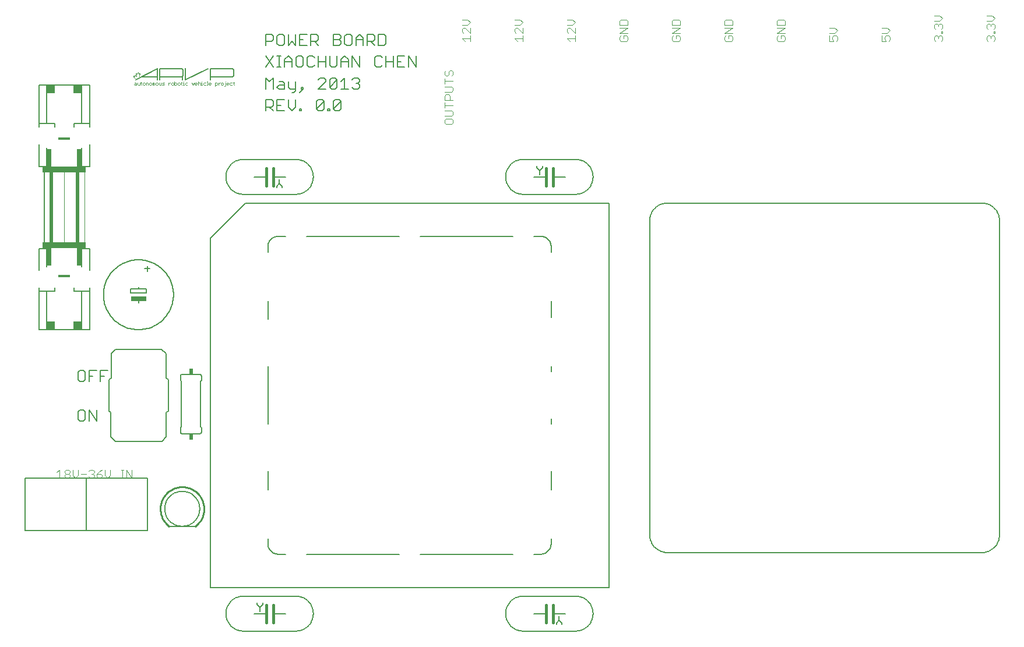
<source format=gto>
G75*
G70*
%OFA0B0*%
%FSLAX24Y24*%
%IPPOS*%
%LPD*%
%AMOC8*
5,1,8,0,0,1.08239X$1,22.5*
%
%ADD10C,0.0060*%
%ADD11C,0.0040*%
%ADD12C,0.0050*%
%ADD13R,0.0240X0.0340*%
%ADD14C,0.0080*%
%ADD15C,0.0100*%
%ADD16R,0.0900X0.0250*%
%ADD17C,0.0160*%
%ADD18C,0.0020*%
%ADD19R,0.0450X0.0450*%
%ADD20R,0.0250X0.1100*%
%ADD21R,0.0200X0.4000*%
%ADD22R,0.0700X0.0150*%
%ADD23R,0.2500X0.0350*%
D10*
X013601Y001601D02*
X016601Y001601D01*
X016663Y001603D01*
X016724Y001609D01*
X016785Y001618D01*
X016845Y001631D01*
X016904Y001648D01*
X016962Y001669D01*
X017019Y001693D01*
X017074Y001720D01*
X017127Y001751D01*
X017179Y001785D01*
X017228Y001822D01*
X017275Y001862D01*
X017319Y001905D01*
X017360Y001950D01*
X017399Y001998D01*
X017435Y002049D01*
X017467Y002101D01*
X017496Y002155D01*
X017522Y002211D01*
X017544Y002269D01*
X017563Y002327D01*
X017578Y002387D01*
X017589Y002448D01*
X017597Y002509D01*
X017601Y002570D01*
X017601Y002632D01*
X017597Y002693D01*
X017589Y002754D01*
X017578Y002815D01*
X017563Y002875D01*
X017544Y002933D01*
X017522Y002991D01*
X017496Y003047D01*
X017467Y003101D01*
X017435Y003153D01*
X017399Y003204D01*
X017360Y003252D01*
X017319Y003297D01*
X017275Y003340D01*
X017228Y003380D01*
X017179Y003417D01*
X017127Y003451D01*
X017074Y003482D01*
X017019Y003509D01*
X016962Y003533D01*
X016904Y003554D01*
X016845Y003571D01*
X016785Y003584D01*
X016724Y003593D01*
X016663Y003599D01*
X016601Y003601D01*
X013601Y003601D01*
X014381Y003221D02*
X014381Y003131D01*
X014541Y002971D01*
X014701Y003131D01*
X014701Y003221D01*
X014541Y002971D02*
X014541Y002731D01*
X014201Y002601D02*
X014901Y002601D01*
X015301Y002601D02*
X016001Y002601D01*
X013601Y003601D02*
X013539Y003599D01*
X013478Y003593D01*
X013417Y003584D01*
X013357Y003571D01*
X013298Y003554D01*
X013240Y003533D01*
X013183Y003509D01*
X013128Y003482D01*
X013075Y003451D01*
X013023Y003417D01*
X012974Y003380D01*
X012927Y003340D01*
X012883Y003297D01*
X012842Y003252D01*
X012803Y003204D01*
X012767Y003153D01*
X012735Y003101D01*
X012706Y003047D01*
X012680Y002991D01*
X012658Y002933D01*
X012639Y002875D01*
X012624Y002815D01*
X012613Y002754D01*
X012605Y002693D01*
X012601Y002632D01*
X012601Y002570D01*
X012605Y002509D01*
X012613Y002448D01*
X012624Y002387D01*
X012639Y002327D01*
X012658Y002269D01*
X012680Y002211D01*
X012706Y002155D01*
X012735Y002101D01*
X012767Y002049D01*
X012803Y001998D01*
X012842Y001950D01*
X012883Y001905D01*
X012927Y001862D01*
X012974Y001822D01*
X013023Y001785D01*
X013075Y001751D01*
X013128Y001720D01*
X013183Y001693D01*
X013240Y001669D01*
X013298Y001648D01*
X013357Y001631D01*
X013417Y001618D01*
X013478Y001609D01*
X013539Y001603D01*
X013601Y001601D01*
X009101Y008601D02*
X009103Y008664D01*
X009109Y008726D01*
X009119Y008788D01*
X009132Y008850D01*
X009150Y008910D01*
X009171Y008969D01*
X009196Y009027D01*
X009225Y009083D01*
X009257Y009137D01*
X009292Y009189D01*
X009330Y009238D01*
X009372Y009286D01*
X009416Y009330D01*
X009464Y009372D01*
X009513Y009410D01*
X009565Y009445D01*
X009619Y009477D01*
X009675Y009506D01*
X009733Y009531D01*
X009792Y009552D01*
X009852Y009570D01*
X009914Y009583D01*
X009976Y009593D01*
X010038Y009599D01*
X010101Y009601D01*
X010164Y009599D01*
X010226Y009593D01*
X010288Y009583D01*
X010350Y009570D01*
X010410Y009552D01*
X010469Y009531D01*
X010527Y009506D01*
X010583Y009477D01*
X010637Y009445D01*
X010689Y009410D01*
X010738Y009372D01*
X010786Y009330D01*
X010830Y009286D01*
X010872Y009238D01*
X010910Y009189D01*
X010945Y009137D01*
X010977Y009083D01*
X011006Y009027D01*
X011031Y008969D01*
X011052Y008910D01*
X011070Y008850D01*
X011083Y008788D01*
X011093Y008726D01*
X011099Y008664D01*
X011101Y008601D01*
X011099Y008538D01*
X011093Y008476D01*
X011083Y008414D01*
X011070Y008352D01*
X011052Y008292D01*
X011031Y008233D01*
X011006Y008175D01*
X010977Y008119D01*
X010945Y008065D01*
X010910Y008013D01*
X010872Y007964D01*
X010830Y007916D01*
X010786Y007872D01*
X010738Y007830D01*
X010689Y007792D01*
X010637Y007757D01*
X010583Y007725D01*
X010527Y007696D01*
X010469Y007671D01*
X010410Y007650D01*
X010350Y007632D01*
X010288Y007619D01*
X010226Y007609D01*
X010164Y007603D01*
X010101Y007601D01*
X010038Y007603D01*
X009976Y007609D01*
X009914Y007619D01*
X009852Y007632D01*
X009792Y007650D01*
X009733Y007671D01*
X009675Y007696D01*
X009619Y007725D01*
X009565Y007757D01*
X009513Y007792D01*
X009464Y007830D01*
X009416Y007872D01*
X009372Y007916D01*
X009330Y007964D01*
X009292Y008013D01*
X009257Y008065D01*
X009225Y008119D01*
X009196Y008175D01*
X009171Y008233D01*
X009150Y008292D01*
X009132Y008352D01*
X009119Y008414D01*
X009109Y008476D01*
X009103Y008538D01*
X009101Y008601D01*
X008931Y012471D02*
X006271Y012471D01*
X006021Y012721D01*
X006021Y014121D01*
X005901Y014201D01*
X005901Y016001D01*
X006031Y016081D01*
X006031Y017481D01*
X006281Y017731D01*
X008921Y017731D01*
X009171Y017481D01*
X009171Y016091D01*
X009301Y016001D01*
X009301Y014201D01*
X009181Y014121D01*
X009181Y012721D01*
X008931Y012471D01*
X010001Y013001D02*
X010001Y013251D01*
X010051Y013301D01*
X010051Y015901D01*
X010001Y015951D01*
X010001Y016201D01*
X010003Y016218D01*
X010007Y016235D01*
X010014Y016251D01*
X010024Y016265D01*
X010037Y016278D01*
X010051Y016288D01*
X010067Y016295D01*
X010084Y016299D01*
X010101Y016301D01*
X011101Y016301D01*
X011118Y016299D01*
X011135Y016295D01*
X011151Y016288D01*
X011165Y016278D01*
X011178Y016265D01*
X011188Y016251D01*
X011195Y016235D01*
X011199Y016218D01*
X011201Y016201D01*
X011201Y015951D01*
X011151Y015901D01*
X011151Y013301D01*
X011201Y013251D01*
X011201Y013001D01*
X011199Y012984D01*
X011195Y012967D01*
X011188Y012951D01*
X011178Y012937D01*
X011165Y012924D01*
X011151Y012914D01*
X011135Y012907D01*
X011118Y012903D01*
X011101Y012901D01*
X010101Y012901D01*
X010084Y012903D01*
X010067Y012907D01*
X010051Y012914D01*
X010037Y012924D01*
X010024Y012937D01*
X010014Y012951D01*
X010007Y012967D01*
X010003Y012984D01*
X010001Y013001D01*
X005202Y013631D02*
X005202Y014271D01*
X004775Y014271D02*
X005202Y013631D01*
X004775Y013631D02*
X004775Y014271D01*
X004558Y014165D02*
X004558Y013738D01*
X004451Y013631D01*
X004238Y013631D01*
X004131Y013738D01*
X004131Y014165D01*
X004238Y014271D01*
X004451Y014271D01*
X004558Y014165D01*
X004451Y015881D02*
X004558Y015988D01*
X004558Y016415D01*
X004451Y016521D01*
X004238Y016521D01*
X004131Y016415D01*
X004131Y015988D01*
X004238Y015881D01*
X004451Y015881D01*
X004775Y015881D02*
X004775Y016521D01*
X005202Y016521D01*
X005420Y016521D02*
X005420Y015881D01*
X005420Y016201D02*
X005633Y016201D01*
X005420Y016521D02*
X005847Y016521D01*
X004989Y016201D02*
X004775Y016201D01*
X004801Y018851D02*
X004351Y018851D01*
X002351Y018851D01*
X001901Y018851D01*
X001901Y021051D01*
X001901Y021251D01*
X001901Y021051D02*
X002801Y021051D01*
X002801Y021251D01*
X002351Y021051D02*
X002351Y018851D01*
X004351Y018851D02*
X004351Y021051D01*
X004801Y021051D02*
X004801Y021251D01*
X004801Y021051D02*
X003901Y021051D01*
X003901Y021251D01*
X004801Y021051D02*
X004801Y018851D01*
X007601Y020401D02*
X007601Y020601D01*
X005601Y020851D02*
X005603Y020949D01*
X005611Y021047D01*
X005623Y021144D01*
X005639Y021241D01*
X005661Y021337D01*
X005687Y021432D01*
X005718Y021525D01*
X005753Y021616D01*
X005793Y021706D01*
X005837Y021794D01*
X005886Y021879D01*
X005938Y021962D01*
X005995Y022042D01*
X006055Y022120D01*
X006119Y022194D01*
X006187Y022265D01*
X006258Y022333D01*
X006332Y022397D01*
X006410Y022457D01*
X006490Y022514D01*
X006573Y022566D01*
X006658Y022615D01*
X006746Y022659D01*
X006836Y022699D01*
X006927Y022734D01*
X007020Y022765D01*
X007115Y022791D01*
X007211Y022813D01*
X007308Y022829D01*
X007405Y022841D01*
X007503Y022849D01*
X007601Y022851D01*
X007699Y022849D01*
X007797Y022841D01*
X007894Y022829D01*
X007991Y022813D01*
X008087Y022791D01*
X008182Y022765D01*
X008275Y022734D01*
X008366Y022699D01*
X008456Y022659D01*
X008544Y022615D01*
X008629Y022566D01*
X008712Y022514D01*
X008792Y022457D01*
X008870Y022397D01*
X008944Y022333D01*
X009015Y022265D01*
X009083Y022194D01*
X009147Y022120D01*
X009207Y022042D01*
X009264Y021962D01*
X009316Y021879D01*
X009365Y021794D01*
X009409Y021706D01*
X009449Y021616D01*
X009484Y021525D01*
X009515Y021432D01*
X009541Y021337D01*
X009563Y021241D01*
X009579Y021144D01*
X009591Y021047D01*
X009599Y020949D01*
X009601Y020851D01*
X009599Y020753D01*
X009591Y020655D01*
X009579Y020558D01*
X009563Y020461D01*
X009541Y020365D01*
X009515Y020270D01*
X009484Y020177D01*
X009449Y020086D01*
X009409Y019996D01*
X009365Y019908D01*
X009316Y019823D01*
X009264Y019740D01*
X009207Y019660D01*
X009147Y019582D01*
X009083Y019508D01*
X009015Y019437D01*
X008944Y019369D01*
X008870Y019305D01*
X008792Y019245D01*
X008712Y019188D01*
X008629Y019136D01*
X008544Y019087D01*
X008456Y019043D01*
X008366Y019003D01*
X008275Y018968D01*
X008182Y018937D01*
X008087Y018911D01*
X007991Y018889D01*
X007894Y018873D01*
X007797Y018861D01*
X007699Y018853D01*
X007601Y018851D01*
X007503Y018853D01*
X007405Y018861D01*
X007308Y018873D01*
X007211Y018889D01*
X007115Y018911D01*
X007020Y018937D01*
X006927Y018968D01*
X006836Y019003D01*
X006746Y019043D01*
X006658Y019087D01*
X006573Y019136D01*
X006490Y019188D01*
X006410Y019245D01*
X006332Y019305D01*
X006258Y019369D01*
X006187Y019437D01*
X006119Y019508D01*
X006055Y019582D01*
X005995Y019660D01*
X005938Y019740D01*
X005886Y019823D01*
X005837Y019908D01*
X005793Y019996D01*
X005753Y020086D01*
X005718Y020177D01*
X005687Y020270D01*
X005661Y020365D01*
X005639Y020461D01*
X005623Y020558D01*
X005611Y020655D01*
X005603Y020753D01*
X005601Y020851D01*
X007151Y020951D02*
X008051Y020951D01*
X008051Y021201D01*
X007601Y021201D01*
X007151Y021201D01*
X007151Y020951D01*
X007601Y021201D02*
X007601Y021301D01*
X008101Y022201D02*
X008101Y022501D01*
X008251Y022351D02*
X007951Y022351D01*
X004801Y022251D02*
X004801Y023501D01*
X004351Y023501D01*
X004351Y022451D01*
X002351Y022451D02*
X002351Y023501D01*
X001901Y023501D01*
X001901Y022251D01*
X002201Y023851D02*
X002201Y027851D01*
X002351Y028201D02*
X002351Y029251D01*
X001901Y029451D02*
X001901Y028201D01*
X002351Y028201D01*
X004351Y028201D02*
X004351Y029251D01*
X004801Y029451D02*
X004801Y028201D01*
X004351Y028201D01*
X004801Y030451D02*
X004801Y030651D01*
X003901Y030651D01*
X003901Y030451D01*
X004351Y030651D02*
X004351Y032851D01*
X002351Y032851D01*
X002351Y030651D01*
X002801Y030651D02*
X001901Y030651D01*
X001901Y030451D01*
X001901Y030651D02*
X001901Y032851D01*
X002351Y032851D01*
X004351Y032851D02*
X004801Y032851D01*
X004801Y030651D01*
X002801Y030651D02*
X002801Y030451D01*
X013601Y028601D02*
X016601Y028601D01*
X016663Y028599D01*
X016724Y028593D01*
X016785Y028584D01*
X016845Y028571D01*
X016904Y028554D01*
X016962Y028533D01*
X017019Y028509D01*
X017074Y028482D01*
X017127Y028451D01*
X017179Y028417D01*
X017228Y028380D01*
X017275Y028340D01*
X017319Y028297D01*
X017360Y028252D01*
X017399Y028204D01*
X017435Y028153D01*
X017467Y028101D01*
X017496Y028047D01*
X017522Y027991D01*
X017544Y027933D01*
X017563Y027875D01*
X017578Y027815D01*
X017589Y027754D01*
X017597Y027693D01*
X017601Y027632D01*
X017601Y027570D01*
X017597Y027509D01*
X017589Y027448D01*
X017578Y027387D01*
X017563Y027327D01*
X017544Y027269D01*
X017522Y027211D01*
X017496Y027155D01*
X017467Y027101D01*
X017435Y027049D01*
X017399Y026998D01*
X017360Y026950D01*
X017319Y026905D01*
X017275Y026862D01*
X017228Y026822D01*
X017179Y026785D01*
X017127Y026751D01*
X017074Y026720D01*
X017019Y026693D01*
X016962Y026669D01*
X016904Y026648D01*
X016845Y026631D01*
X016785Y026618D01*
X016724Y026609D01*
X016663Y026603D01*
X016601Y026601D01*
X013601Y026601D01*
X013539Y026603D01*
X013478Y026609D01*
X013417Y026618D01*
X013357Y026631D01*
X013298Y026648D01*
X013240Y026669D01*
X013183Y026693D01*
X013128Y026720D01*
X013075Y026751D01*
X013023Y026785D01*
X012974Y026822D01*
X012927Y026862D01*
X012883Y026905D01*
X012842Y026950D01*
X012803Y026998D01*
X012767Y027049D01*
X012735Y027101D01*
X012706Y027155D01*
X012680Y027211D01*
X012658Y027269D01*
X012639Y027327D01*
X012624Y027387D01*
X012613Y027448D01*
X012605Y027509D01*
X012601Y027570D01*
X012601Y027632D01*
X012605Y027693D01*
X012613Y027754D01*
X012624Y027815D01*
X012639Y027875D01*
X012658Y027933D01*
X012680Y027991D01*
X012706Y028047D01*
X012735Y028101D01*
X012767Y028153D01*
X012803Y028204D01*
X012842Y028252D01*
X012883Y028297D01*
X012927Y028340D01*
X012974Y028380D01*
X013023Y028417D01*
X013075Y028451D01*
X013128Y028482D01*
X013183Y028509D01*
X013240Y028533D01*
X013298Y028554D01*
X013357Y028571D01*
X013417Y028584D01*
X013478Y028593D01*
X013539Y028599D01*
X013601Y028601D01*
X014201Y027601D02*
X014901Y027601D01*
X015301Y027601D02*
X016001Y027601D01*
X015661Y027471D02*
X015661Y027231D01*
X015501Y027071D01*
X015501Y026981D01*
X015661Y027231D02*
X015821Y027071D01*
X015821Y026981D01*
X015952Y031381D02*
X015525Y031381D01*
X015525Y032021D01*
X015952Y032021D01*
X016170Y032021D02*
X016170Y031594D01*
X016383Y031381D01*
X016597Y031594D01*
X016597Y032021D01*
X016490Y032417D02*
X016383Y032417D01*
X016490Y032417D02*
X016597Y032524D01*
X016597Y033058D01*
X016170Y033058D02*
X016170Y032738D01*
X016277Y032631D01*
X016597Y032631D01*
X016814Y032417D02*
X017028Y032631D01*
X016921Y032631D01*
X016921Y032738D01*
X017028Y032738D01*
X017028Y032631D01*
X017889Y032631D02*
X018316Y033058D01*
X018316Y033165D01*
X018209Y033271D01*
X017995Y033271D01*
X017889Y033165D01*
X017889Y032631D02*
X018316Y032631D01*
X018533Y032738D02*
X018533Y033165D01*
X018640Y033271D01*
X018853Y033271D01*
X018960Y033165D01*
X018533Y032738D01*
X018640Y032631D01*
X018853Y032631D01*
X018960Y032738D01*
X018960Y033165D01*
X019178Y033058D02*
X019391Y033271D01*
X019391Y032631D01*
X019178Y032631D02*
X019605Y032631D01*
X019822Y032738D02*
X019929Y032631D01*
X020142Y032631D01*
X020249Y032738D01*
X020249Y032844D01*
X020142Y032951D01*
X020036Y032951D01*
X020142Y032951D02*
X020249Y033058D01*
X020249Y033165D01*
X020142Y033271D01*
X019929Y033271D01*
X019822Y033165D01*
X019822Y033881D02*
X019822Y034521D01*
X020249Y033881D01*
X020249Y034521D01*
X019605Y034308D02*
X019605Y033881D01*
X019605Y034201D02*
X019178Y034201D01*
X019178Y034308D02*
X019178Y033881D01*
X018960Y033988D02*
X018960Y034521D01*
X019178Y034308D02*
X019391Y034521D01*
X019605Y034308D01*
X018960Y033988D02*
X018853Y033881D01*
X018640Y033881D01*
X018533Y033988D01*
X018533Y034521D01*
X018316Y034521D02*
X018316Y033881D01*
X018316Y034201D02*
X017889Y034201D01*
X017671Y033988D02*
X017564Y033881D01*
X017351Y033881D01*
X017244Y033988D01*
X017244Y034415D01*
X017351Y034521D01*
X017564Y034521D01*
X017671Y034415D01*
X017889Y034521D02*
X017889Y033881D01*
X017027Y033988D02*
X017027Y034415D01*
X016920Y034521D01*
X016706Y034521D01*
X016600Y034415D01*
X016600Y033988D01*
X016706Y033881D01*
X016920Y033881D01*
X017027Y033988D01*
X016382Y033881D02*
X016382Y034308D01*
X016169Y034521D01*
X015955Y034308D01*
X015955Y033881D01*
X015739Y033881D02*
X015525Y033881D01*
X015632Y033881D02*
X015632Y034521D01*
X015525Y034521D02*
X015739Y034521D01*
X015955Y034201D02*
X016382Y034201D01*
X015308Y033881D02*
X014881Y034521D01*
X015308Y034521D02*
X014881Y033881D01*
X014881Y033271D02*
X015094Y033058D01*
X015308Y033271D01*
X015308Y032631D01*
X015525Y032738D02*
X015632Y032844D01*
X015952Y032844D01*
X015952Y032951D02*
X015952Y032631D01*
X015632Y032631D01*
X015525Y032738D01*
X015632Y033058D02*
X015846Y033058D01*
X015952Y032951D01*
X014881Y032631D02*
X014881Y033271D01*
X014881Y032021D02*
X015201Y032021D01*
X015308Y031915D01*
X015308Y031701D01*
X015201Y031594D01*
X014881Y031594D01*
X014881Y031381D02*
X014881Y032021D01*
X015094Y031594D02*
X015308Y031381D01*
X015525Y031701D02*
X015739Y031701D01*
X016814Y031488D02*
X016921Y031488D01*
X016921Y031381D01*
X016814Y031381D01*
X016814Y031488D01*
X017781Y031488D02*
X018208Y031915D01*
X018208Y031488D01*
X018101Y031381D01*
X017888Y031381D01*
X017781Y031488D01*
X017781Y031915D01*
X017888Y032021D01*
X018101Y032021D01*
X018208Y031915D01*
X018426Y031488D02*
X018532Y031488D01*
X018532Y031381D01*
X018426Y031381D01*
X018426Y031488D01*
X018748Y031488D02*
X019175Y031915D01*
X019175Y031488D01*
X019068Y031381D01*
X018855Y031381D01*
X018748Y031488D01*
X018748Y031915D01*
X018855Y032021D01*
X019068Y032021D01*
X019175Y031915D01*
X021218Y033881D02*
X021431Y033881D01*
X021538Y033988D01*
X021756Y033881D02*
X021756Y034521D01*
X021538Y034415D02*
X021431Y034521D01*
X021218Y034521D01*
X021111Y034415D01*
X021111Y033988D01*
X021218Y033881D01*
X021756Y034201D02*
X022183Y034201D01*
X022400Y034201D02*
X022614Y034201D01*
X022400Y033881D02*
X022827Y033881D01*
X023045Y033881D02*
X023045Y034521D01*
X023472Y033881D01*
X023472Y034521D01*
X022827Y034521D02*
X022400Y034521D01*
X022400Y033881D01*
X022183Y033881D02*
X022183Y034521D01*
X021646Y035131D02*
X021753Y035238D01*
X021753Y035665D01*
X021646Y035771D01*
X021326Y035771D01*
X021326Y035131D01*
X021646Y035131D01*
X021109Y035131D02*
X020895Y035344D01*
X021002Y035344D02*
X020682Y035344D01*
X020682Y035131D02*
X020682Y035771D01*
X021002Y035771D01*
X021109Y035665D01*
X021109Y035451D01*
X021002Y035344D01*
X020464Y035451D02*
X020037Y035451D01*
X020037Y035558D02*
X020251Y035771D01*
X020464Y035558D01*
X020464Y035131D01*
X020037Y035131D02*
X020037Y035558D01*
X019819Y035665D02*
X019713Y035771D01*
X019499Y035771D01*
X019392Y035665D01*
X019392Y035238D01*
X019499Y035131D01*
X019713Y035131D01*
X019819Y035238D01*
X019819Y035665D01*
X019175Y035665D02*
X019175Y035558D01*
X019068Y035451D01*
X018748Y035451D01*
X018748Y035131D02*
X018748Y035771D01*
X019068Y035771D01*
X019175Y035665D01*
X019068Y035451D02*
X019175Y035344D01*
X019175Y035238D01*
X019068Y035131D01*
X018748Y035131D01*
X017886Y035131D02*
X017672Y035344D01*
X017779Y035344D02*
X017459Y035344D01*
X017459Y035131D02*
X017459Y035771D01*
X017779Y035771D01*
X017886Y035665D01*
X017886Y035451D01*
X017779Y035344D01*
X017241Y035131D02*
X016814Y035131D01*
X016814Y035771D01*
X017241Y035771D01*
X017028Y035451D02*
X016814Y035451D01*
X016597Y035131D02*
X016597Y035771D01*
X016170Y035771D02*
X016170Y035131D01*
X016383Y035344D01*
X016597Y035131D01*
X015952Y035238D02*
X015952Y035665D01*
X015846Y035771D01*
X015632Y035771D01*
X015525Y035665D01*
X015525Y035238D01*
X015632Y035131D01*
X015846Y035131D01*
X015952Y035238D01*
X015308Y035451D02*
X015201Y035344D01*
X014881Y035344D01*
X014881Y035131D02*
X014881Y035771D01*
X015201Y035771D01*
X015308Y035665D01*
X015308Y035451D01*
X029601Y028601D02*
X032601Y028601D01*
X032663Y028599D01*
X032724Y028593D01*
X032785Y028584D01*
X032845Y028571D01*
X032904Y028554D01*
X032962Y028533D01*
X033019Y028509D01*
X033074Y028482D01*
X033127Y028451D01*
X033179Y028417D01*
X033228Y028380D01*
X033275Y028340D01*
X033319Y028297D01*
X033360Y028252D01*
X033399Y028204D01*
X033435Y028153D01*
X033467Y028101D01*
X033496Y028047D01*
X033522Y027991D01*
X033544Y027933D01*
X033563Y027875D01*
X033578Y027815D01*
X033589Y027754D01*
X033597Y027693D01*
X033601Y027632D01*
X033601Y027570D01*
X033597Y027509D01*
X033589Y027448D01*
X033578Y027387D01*
X033563Y027327D01*
X033544Y027269D01*
X033522Y027211D01*
X033496Y027155D01*
X033467Y027101D01*
X033435Y027049D01*
X033399Y026998D01*
X033360Y026950D01*
X033319Y026905D01*
X033275Y026862D01*
X033228Y026822D01*
X033179Y026785D01*
X033127Y026751D01*
X033074Y026720D01*
X033019Y026693D01*
X032962Y026669D01*
X032904Y026648D01*
X032845Y026631D01*
X032785Y026618D01*
X032724Y026609D01*
X032663Y026603D01*
X032601Y026601D01*
X029601Y026601D01*
X029539Y026603D01*
X029478Y026609D01*
X029417Y026618D01*
X029357Y026631D01*
X029298Y026648D01*
X029240Y026669D01*
X029183Y026693D01*
X029128Y026720D01*
X029075Y026751D01*
X029023Y026785D01*
X028974Y026822D01*
X028927Y026862D01*
X028883Y026905D01*
X028842Y026950D01*
X028803Y026998D01*
X028767Y027049D01*
X028735Y027101D01*
X028706Y027155D01*
X028680Y027211D01*
X028658Y027269D01*
X028639Y027327D01*
X028624Y027387D01*
X028613Y027448D01*
X028605Y027509D01*
X028601Y027570D01*
X028601Y027632D01*
X028605Y027693D01*
X028613Y027754D01*
X028624Y027815D01*
X028639Y027875D01*
X028658Y027933D01*
X028680Y027991D01*
X028706Y028047D01*
X028735Y028101D01*
X028767Y028153D01*
X028803Y028204D01*
X028842Y028252D01*
X028883Y028297D01*
X028927Y028340D01*
X028974Y028380D01*
X029023Y028417D01*
X029075Y028451D01*
X029128Y028482D01*
X029183Y028509D01*
X029240Y028533D01*
X029298Y028554D01*
X029357Y028571D01*
X029417Y028584D01*
X029478Y028593D01*
X029539Y028599D01*
X029601Y028601D01*
X030381Y028221D02*
X030381Y028131D01*
X030541Y027971D01*
X030701Y028131D01*
X030701Y028221D01*
X030541Y027971D02*
X030541Y027731D01*
X030201Y027601D02*
X030901Y027601D01*
X031301Y027601D02*
X032001Y027601D01*
X032601Y003601D02*
X029601Y003601D01*
X029539Y003599D01*
X029478Y003593D01*
X029417Y003584D01*
X029357Y003571D01*
X029298Y003554D01*
X029240Y003533D01*
X029183Y003509D01*
X029128Y003482D01*
X029075Y003451D01*
X029023Y003417D01*
X028974Y003380D01*
X028927Y003340D01*
X028883Y003297D01*
X028842Y003252D01*
X028803Y003204D01*
X028767Y003153D01*
X028735Y003101D01*
X028706Y003047D01*
X028680Y002991D01*
X028658Y002933D01*
X028639Y002875D01*
X028624Y002815D01*
X028613Y002754D01*
X028605Y002693D01*
X028601Y002632D01*
X028601Y002570D01*
X028605Y002509D01*
X028613Y002448D01*
X028624Y002387D01*
X028639Y002327D01*
X028658Y002269D01*
X028680Y002211D01*
X028706Y002155D01*
X028735Y002101D01*
X028767Y002049D01*
X028803Y001998D01*
X028842Y001950D01*
X028883Y001905D01*
X028927Y001862D01*
X028974Y001822D01*
X029023Y001785D01*
X029075Y001751D01*
X029128Y001720D01*
X029183Y001693D01*
X029240Y001669D01*
X029298Y001648D01*
X029357Y001631D01*
X029417Y001618D01*
X029478Y001609D01*
X029539Y001603D01*
X029601Y001601D01*
X032601Y001601D01*
X031821Y001981D02*
X031821Y002071D01*
X031661Y002231D01*
X031501Y002071D01*
X031501Y001981D01*
X031661Y002231D02*
X031661Y002471D01*
X032001Y002601D02*
X031301Y002601D01*
X030901Y002601D02*
X030201Y002601D01*
X032601Y001601D02*
X032663Y001603D01*
X032724Y001609D01*
X032785Y001618D01*
X032845Y001631D01*
X032904Y001648D01*
X032962Y001669D01*
X033019Y001693D01*
X033074Y001720D01*
X033127Y001751D01*
X033179Y001785D01*
X033228Y001822D01*
X033275Y001862D01*
X033319Y001905D01*
X033360Y001950D01*
X033399Y001998D01*
X033435Y002049D01*
X033467Y002101D01*
X033496Y002155D01*
X033522Y002211D01*
X033544Y002269D01*
X033563Y002327D01*
X033578Y002387D01*
X033589Y002448D01*
X033597Y002509D01*
X033601Y002570D01*
X033601Y002632D01*
X033597Y002693D01*
X033589Y002754D01*
X033578Y002815D01*
X033563Y002875D01*
X033544Y002933D01*
X033522Y002991D01*
X033496Y003047D01*
X033467Y003101D01*
X033435Y003153D01*
X033399Y003204D01*
X033360Y003252D01*
X033319Y003297D01*
X033275Y003340D01*
X033228Y003380D01*
X033179Y003417D01*
X033127Y003451D01*
X033074Y003482D01*
X033019Y003509D01*
X032962Y003533D01*
X032904Y003554D01*
X032845Y003571D01*
X032785Y003584D01*
X032724Y003593D01*
X032663Y003599D01*
X032601Y003601D01*
D11*
X007217Y010371D02*
X007217Y010831D01*
X006910Y010831D02*
X006910Y010371D01*
X006757Y010371D02*
X006603Y010371D01*
X006680Y010371D02*
X006680Y010831D01*
X006603Y010831D02*
X006757Y010831D01*
X006910Y010831D02*
X007217Y010371D01*
X005989Y010524D02*
X005989Y010831D01*
X005682Y010831D02*
X005682Y010524D01*
X005836Y010371D01*
X005989Y010524D01*
X005529Y010524D02*
X005452Y010601D01*
X005222Y010601D01*
X005222Y010447D01*
X005299Y010371D01*
X005452Y010371D01*
X005529Y010447D01*
X005529Y010524D01*
X005376Y010754D02*
X005222Y010601D01*
X005069Y010678D02*
X004992Y010601D01*
X005069Y010524D01*
X005069Y010447D01*
X004992Y010371D01*
X004838Y010371D01*
X004762Y010447D01*
X004915Y010601D02*
X004992Y010601D01*
X005069Y010678D02*
X005069Y010754D01*
X004992Y010831D01*
X004838Y010831D01*
X004762Y010754D01*
X004608Y010601D02*
X004301Y010601D01*
X004148Y010524D02*
X004148Y010831D01*
X004148Y010524D02*
X003994Y010371D01*
X003841Y010524D01*
X003841Y010831D01*
X003688Y010754D02*
X003688Y010678D01*
X003611Y010601D01*
X003457Y010601D01*
X003381Y010678D01*
X003381Y010754D01*
X003457Y010831D01*
X003611Y010831D01*
X003688Y010754D01*
X003611Y010601D02*
X003688Y010524D01*
X003688Y010447D01*
X003611Y010371D01*
X003457Y010371D01*
X003381Y010447D01*
X003381Y010524D01*
X003457Y010601D01*
X003227Y010371D02*
X002920Y010371D01*
X003074Y010371D02*
X003074Y010831D01*
X002920Y010678D01*
X005376Y010754D02*
X005529Y010831D01*
X025197Y030621D02*
X025504Y030621D01*
X025581Y030697D01*
X025581Y030851D01*
X025504Y030928D01*
X025197Y030928D01*
X025120Y030851D01*
X025120Y030697D01*
X025197Y030621D01*
X025120Y031081D02*
X025504Y031081D01*
X025581Y031158D01*
X025581Y031311D01*
X025504Y031388D01*
X025120Y031388D01*
X025120Y031541D02*
X025120Y031848D01*
X025120Y031695D02*
X025581Y031695D01*
X025581Y032002D02*
X025120Y032002D01*
X025120Y032232D01*
X025197Y032309D01*
X025351Y032309D01*
X025427Y032232D01*
X025427Y032002D01*
X025504Y032462D02*
X025120Y032462D01*
X025120Y032769D02*
X025504Y032769D01*
X025581Y032692D01*
X025581Y032539D01*
X025504Y032462D01*
X025120Y032923D02*
X025120Y033229D01*
X025120Y033076D02*
X025581Y033076D01*
X025504Y033383D02*
X025581Y033460D01*
X025581Y033613D01*
X025504Y033690D01*
X025427Y033690D01*
X025351Y033613D01*
X025351Y033460D01*
X025274Y033383D01*
X025197Y033383D01*
X025120Y033460D01*
X025120Y033613D01*
X025197Y033690D01*
X026274Y035371D02*
X026120Y035524D01*
X026581Y035524D01*
X026581Y035371D02*
X026581Y035678D01*
X026581Y035831D02*
X026274Y036138D01*
X026197Y036138D01*
X026120Y036061D01*
X026120Y035908D01*
X026197Y035831D01*
X026581Y035831D02*
X026581Y036138D01*
X026427Y036291D02*
X026581Y036445D01*
X026427Y036598D01*
X026120Y036598D01*
X026120Y036291D02*
X026427Y036291D01*
X029120Y036291D02*
X029427Y036291D01*
X029581Y036445D01*
X029427Y036598D01*
X029120Y036598D01*
X029197Y036138D02*
X029120Y036061D01*
X029120Y035908D01*
X029197Y035831D01*
X029197Y036138D02*
X029274Y036138D01*
X029581Y035831D01*
X029581Y036138D01*
X029581Y035678D02*
X029581Y035371D01*
X029581Y035524D02*
X029120Y035524D01*
X029274Y035371D01*
X032120Y035524D02*
X032274Y035371D01*
X032120Y035524D02*
X032581Y035524D01*
X032581Y035371D02*
X032581Y035678D01*
X032581Y035831D02*
X032274Y036138D01*
X032197Y036138D01*
X032120Y036061D01*
X032120Y035908D01*
X032197Y035831D01*
X032581Y035831D02*
X032581Y036138D01*
X032427Y036291D02*
X032581Y036445D01*
X032427Y036598D01*
X032120Y036598D01*
X032120Y036291D02*
X032427Y036291D01*
X035120Y036291D02*
X035120Y036522D01*
X035197Y036598D01*
X035504Y036598D01*
X035581Y036522D01*
X035581Y036291D01*
X035120Y036291D01*
X035120Y036138D02*
X035581Y036138D01*
X035120Y035831D01*
X035581Y035831D01*
X035504Y035678D02*
X035351Y035678D01*
X035351Y035524D01*
X035504Y035371D02*
X035581Y035447D01*
X035581Y035601D01*
X035504Y035678D01*
X035197Y035678D02*
X035120Y035601D01*
X035120Y035447D01*
X035197Y035371D01*
X035504Y035371D01*
X038120Y035447D02*
X038197Y035371D01*
X038504Y035371D01*
X038581Y035447D01*
X038581Y035601D01*
X038504Y035678D01*
X038351Y035678D01*
X038351Y035524D01*
X038197Y035678D02*
X038120Y035601D01*
X038120Y035447D01*
X038120Y035831D02*
X038581Y036138D01*
X038120Y036138D01*
X038120Y036291D02*
X038120Y036522D01*
X038197Y036598D01*
X038504Y036598D01*
X038581Y036522D01*
X038581Y036291D01*
X038120Y036291D01*
X038120Y035831D02*
X038581Y035831D01*
X041120Y035831D02*
X041581Y036138D01*
X041120Y036138D01*
X041120Y036291D02*
X041120Y036522D01*
X041197Y036598D01*
X041504Y036598D01*
X041581Y036522D01*
X041581Y036291D01*
X041120Y036291D01*
X041120Y035831D02*
X041581Y035831D01*
X041504Y035678D02*
X041351Y035678D01*
X041351Y035524D01*
X041504Y035371D02*
X041197Y035371D01*
X041120Y035447D01*
X041120Y035601D01*
X041197Y035678D01*
X041504Y035678D02*
X041581Y035601D01*
X041581Y035447D01*
X041504Y035371D01*
X044120Y035447D02*
X044197Y035371D01*
X044504Y035371D01*
X044581Y035447D01*
X044581Y035601D01*
X044504Y035678D01*
X044351Y035678D01*
X044351Y035524D01*
X044197Y035678D02*
X044120Y035601D01*
X044120Y035447D01*
X044120Y035831D02*
X044581Y036138D01*
X044120Y036138D01*
X044120Y036291D02*
X044120Y036522D01*
X044197Y036598D01*
X044504Y036598D01*
X044581Y036522D01*
X044581Y036291D01*
X044120Y036291D01*
X044120Y035831D02*
X044581Y035831D01*
X047120Y035831D02*
X047427Y035831D01*
X047581Y035985D01*
X047427Y036138D01*
X047120Y036138D01*
X047120Y035678D02*
X047120Y035371D01*
X047351Y035371D01*
X047274Y035524D01*
X047274Y035601D01*
X047351Y035678D01*
X047504Y035678D01*
X047581Y035601D01*
X047581Y035447D01*
X047504Y035371D01*
X050120Y035371D02*
X050351Y035371D01*
X050274Y035524D01*
X050274Y035601D01*
X050351Y035678D01*
X050504Y035678D01*
X050581Y035601D01*
X050581Y035447D01*
X050504Y035371D01*
X050120Y035371D02*
X050120Y035678D01*
X050120Y035831D02*
X050427Y035831D01*
X050581Y035985D01*
X050427Y036138D01*
X050120Y036138D01*
X053120Y036138D02*
X053120Y036291D01*
X053197Y036368D01*
X053274Y036368D01*
X053351Y036291D01*
X053427Y036368D01*
X053504Y036368D01*
X053581Y036291D01*
X053581Y036138D01*
X053504Y036061D01*
X053504Y035908D02*
X053581Y035908D01*
X053581Y035831D01*
X053504Y035831D01*
X053504Y035908D01*
X053504Y035678D02*
X053581Y035601D01*
X053581Y035447D01*
X053504Y035371D01*
X053351Y035524D02*
X053351Y035601D01*
X053427Y035678D01*
X053504Y035678D01*
X053351Y035601D02*
X053274Y035678D01*
X053197Y035678D01*
X053120Y035601D01*
X053120Y035447D01*
X053197Y035371D01*
X053197Y036061D02*
X053120Y036138D01*
X053351Y036215D02*
X053351Y036291D01*
X053427Y036522D02*
X053581Y036675D01*
X053427Y036829D01*
X053120Y036829D01*
X053120Y036522D02*
X053427Y036522D01*
X056120Y036522D02*
X056427Y036522D01*
X056581Y036675D01*
X056427Y036829D01*
X056120Y036829D01*
X056197Y036368D02*
X056274Y036368D01*
X056351Y036291D01*
X056427Y036368D01*
X056504Y036368D01*
X056581Y036291D01*
X056581Y036138D01*
X056504Y036061D01*
X056504Y035908D02*
X056581Y035908D01*
X056581Y035831D01*
X056504Y035831D01*
X056504Y035908D01*
X056504Y035678D02*
X056581Y035601D01*
X056581Y035447D01*
X056504Y035371D01*
X056351Y035524D02*
X056351Y035601D01*
X056427Y035678D01*
X056504Y035678D01*
X056351Y035601D02*
X056274Y035678D01*
X056197Y035678D01*
X056120Y035601D01*
X056120Y035447D01*
X056197Y035371D01*
X056197Y036061D02*
X056120Y036138D01*
X056120Y036291D01*
X056197Y036368D01*
X056351Y036291D02*
X056351Y036215D01*
D12*
X001101Y010351D02*
X001101Y007351D01*
X004601Y007351D01*
X004601Y010351D01*
X008101Y010351D01*
X008101Y007351D01*
X004601Y007351D01*
X004601Y010351D02*
X001101Y010351D01*
X011701Y004101D02*
X011701Y024101D01*
X013701Y026101D01*
X034501Y026101D01*
X034501Y004101D01*
X011701Y004101D01*
X015001Y006601D02*
X015001Y006901D01*
X015001Y006601D02*
X015003Y006554D01*
X015008Y006507D01*
X015018Y006461D01*
X015030Y006416D01*
X015047Y006371D01*
X015066Y006329D01*
X015089Y006288D01*
X015116Y006248D01*
X015145Y006211D01*
X015177Y006177D01*
X015211Y006145D01*
X015248Y006116D01*
X015288Y006089D01*
X015329Y006066D01*
X015371Y006047D01*
X015416Y006030D01*
X015461Y006018D01*
X015507Y006008D01*
X015554Y006003D01*
X015601Y006001D01*
X016001Y006001D01*
X017201Y006001D02*
X022501Y006001D01*
X023701Y006001D02*
X029001Y006001D01*
X030201Y006001D02*
X030601Y006001D01*
X030648Y006003D01*
X030695Y006008D01*
X030741Y006018D01*
X030786Y006030D01*
X030831Y006047D01*
X030873Y006066D01*
X030914Y006089D01*
X030954Y006116D01*
X030991Y006145D01*
X031025Y006177D01*
X031057Y006211D01*
X031086Y006248D01*
X031113Y006288D01*
X031136Y006329D01*
X031155Y006371D01*
X031172Y006416D01*
X031184Y006461D01*
X031194Y006507D01*
X031199Y006554D01*
X031201Y006601D01*
X031201Y006901D01*
X031201Y009701D02*
X031201Y010751D01*
X031201Y013451D02*
X031201Y013751D01*
X031201Y016451D02*
X031201Y016751D01*
X031201Y019551D02*
X031201Y020501D01*
X031201Y023301D02*
X031201Y023601D01*
X031199Y023648D01*
X031194Y023695D01*
X031184Y023741D01*
X031172Y023786D01*
X031155Y023831D01*
X031136Y023873D01*
X031113Y023914D01*
X031086Y023954D01*
X031057Y023991D01*
X031025Y024025D01*
X030991Y024057D01*
X030954Y024086D01*
X030914Y024113D01*
X030873Y024136D01*
X030831Y024155D01*
X030786Y024172D01*
X030741Y024184D01*
X030695Y024194D01*
X030648Y024199D01*
X030601Y024201D01*
X030201Y024201D01*
X029001Y024201D02*
X023701Y024201D01*
X022501Y024201D02*
X017201Y024201D01*
X016001Y024201D02*
X015601Y024201D01*
X015554Y024199D01*
X015507Y024194D01*
X015461Y024184D01*
X015416Y024172D01*
X015371Y024155D01*
X015329Y024136D01*
X015288Y024113D01*
X015248Y024086D01*
X015211Y024057D01*
X015177Y024025D01*
X015145Y023991D01*
X015116Y023954D01*
X015089Y023914D01*
X015066Y023873D01*
X015047Y023831D01*
X015030Y023786D01*
X015018Y023741D01*
X015008Y023695D01*
X015003Y023648D01*
X015001Y023601D01*
X015001Y023301D01*
X015001Y020501D02*
X015001Y019451D01*
X015001Y016751D02*
X015001Y013451D01*
X015001Y010751D02*
X015001Y009701D01*
X036845Y007097D02*
X036845Y025097D01*
X036847Y025157D01*
X036852Y025218D01*
X036861Y025277D01*
X036874Y025336D01*
X036890Y025395D01*
X036910Y025452D01*
X036933Y025507D01*
X036960Y025562D01*
X036989Y025614D01*
X037022Y025665D01*
X037058Y025714D01*
X037096Y025760D01*
X037138Y025804D01*
X037182Y025846D01*
X037228Y025884D01*
X037277Y025920D01*
X037328Y025953D01*
X037380Y025982D01*
X037435Y026009D01*
X037490Y026032D01*
X037547Y026052D01*
X037606Y026068D01*
X037665Y026081D01*
X037724Y026090D01*
X037785Y026095D01*
X037845Y026097D01*
X055845Y026097D01*
X055905Y026095D01*
X055966Y026090D01*
X056025Y026081D01*
X056084Y026068D01*
X056143Y026052D01*
X056200Y026032D01*
X056255Y026009D01*
X056310Y025982D01*
X056362Y025953D01*
X056413Y025920D01*
X056462Y025884D01*
X056508Y025846D01*
X056552Y025804D01*
X056594Y025760D01*
X056632Y025714D01*
X056668Y025665D01*
X056701Y025614D01*
X056730Y025562D01*
X056757Y025507D01*
X056780Y025452D01*
X056800Y025395D01*
X056816Y025336D01*
X056829Y025277D01*
X056838Y025218D01*
X056843Y025157D01*
X056845Y025097D01*
X056845Y007097D01*
X056843Y007037D01*
X056838Y006976D01*
X056829Y006917D01*
X056816Y006858D01*
X056800Y006799D01*
X056780Y006742D01*
X056757Y006687D01*
X056730Y006632D01*
X056701Y006580D01*
X056668Y006529D01*
X056632Y006480D01*
X056594Y006434D01*
X056552Y006390D01*
X056508Y006348D01*
X056462Y006310D01*
X056413Y006274D01*
X056362Y006241D01*
X056310Y006212D01*
X056255Y006185D01*
X056200Y006162D01*
X056143Y006142D01*
X056084Y006126D01*
X056025Y006113D01*
X055966Y006104D01*
X055905Y006099D01*
X055845Y006097D01*
X037845Y006097D01*
X037785Y006099D01*
X037724Y006104D01*
X037665Y006113D01*
X037606Y006126D01*
X037547Y006142D01*
X037490Y006162D01*
X037435Y006185D01*
X037380Y006212D01*
X037328Y006241D01*
X037277Y006274D01*
X037228Y006310D01*
X037182Y006348D01*
X037138Y006390D01*
X037096Y006434D01*
X037058Y006480D01*
X037022Y006529D01*
X036989Y006580D01*
X036960Y006632D01*
X036933Y006687D01*
X036910Y006742D01*
X036890Y006799D01*
X036874Y006858D01*
X036861Y006917D01*
X036852Y006976D01*
X036847Y007037D01*
X036845Y007097D01*
X011721Y033141D02*
X011721Y033331D01*
X012961Y033331D01*
X012970Y033331D02*
X012984Y033334D01*
X012997Y033340D01*
X013008Y033349D01*
X013018Y033360D01*
X013025Y033372D01*
X013029Y033386D01*
X013030Y033400D01*
X013031Y033401D02*
X013031Y033391D01*
X013031Y033401D02*
X013031Y033741D01*
X013030Y033740D02*
X013027Y033754D01*
X013021Y033767D01*
X013012Y033778D01*
X013001Y033788D01*
X012989Y033795D01*
X012975Y033799D01*
X012961Y033800D01*
X012961Y033801D02*
X011721Y033801D01*
X011721Y033331D01*
X011571Y033801D02*
X010291Y033161D01*
X010291Y033811D01*
X010131Y033741D02*
X010131Y033401D01*
X010131Y033391D01*
X010130Y033400D02*
X010129Y033386D01*
X010125Y033372D01*
X010118Y033360D01*
X010108Y033349D01*
X010097Y033340D01*
X010084Y033334D01*
X010070Y033331D01*
X010061Y033331D02*
X010051Y033331D01*
X008821Y033331D01*
X008821Y033141D01*
X008691Y033141D02*
X008691Y033811D01*
X008671Y033801D02*
X007441Y033141D01*
X007801Y033331D02*
X008671Y033331D01*
X008821Y033331D02*
X008821Y033801D01*
X010061Y033801D01*
X010061Y033800D02*
X010075Y033799D01*
X010089Y033795D01*
X010101Y033788D01*
X010112Y033778D01*
X010121Y033767D01*
X010127Y033754D01*
X010130Y033740D01*
X010121Y033281D02*
X010121Y033141D01*
X010120Y033270D02*
X010117Y033284D01*
X010111Y033297D01*
X010102Y033308D01*
X010091Y033318D01*
X010079Y033325D01*
X010065Y033329D01*
X010051Y033330D01*
D13*
X010601Y016471D03*
X010601Y012731D03*
D14*
X010851Y007601D02*
X009351Y007601D01*
D15*
X009297Y007644D01*
X009245Y007690D01*
X009196Y007739D01*
X009149Y007791D01*
X009106Y007845D01*
X009065Y007901D01*
X009028Y007960D01*
X008994Y008020D01*
X008964Y008083D01*
X008937Y008146D01*
X008913Y008212D01*
X008893Y008278D01*
X008877Y008346D01*
X008865Y008414D01*
X008857Y008483D01*
X008852Y008552D01*
X008851Y008622D01*
X008854Y008691D01*
X008861Y008760D01*
X008872Y008828D01*
X008886Y008896D01*
X008905Y008963D01*
X008927Y009029D01*
X008952Y009094D01*
X008981Y009157D01*
X009014Y009218D01*
X009050Y009277D01*
X009089Y009334D01*
X009131Y009390D01*
X009176Y009442D01*
X009224Y009492D01*
X009275Y009539D01*
X009329Y009584D01*
X009384Y009625D01*
X009442Y009663D01*
X009502Y009698D01*
X009564Y009730D01*
X009627Y009758D01*
X009692Y009782D01*
X009758Y009803D01*
X009826Y009820D01*
X009894Y009834D01*
X009963Y009843D01*
X010032Y009849D01*
X010101Y009851D01*
X010170Y009849D01*
X010239Y009843D01*
X010308Y009834D01*
X010376Y009820D01*
X010444Y009803D01*
X010510Y009782D01*
X010575Y009758D01*
X010638Y009730D01*
X010700Y009698D01*
X010760Y009663D01*
X010818Y009625D01*
X010873Y009584D01*
X010927Y009539D01*
X010978Y009492D01*
X011026Y009442D01*
X011071Y009390D01*
X011113Y009334D01*
X011152Y009277D01*
X011188Y009218D01*
X011221Y009157D01*
X011250Y009094D01*
X011275Y009029D01*
X011297Y008963D01*
X011316Y008896D01*
X011330Y008828D01*
X011341Y008760D01*
X011348Y008691D01*
X011351Y008622D01*
X011350Y008552D01*
X011345Y008483D01*
X011337Y008414D01*
X011325Y008346D01*
X011309Y008278D01*
X011289Y008212D01*
X011265Y008146D01*
X011238Y008083D01*
X011208Y008020D01*
X011174Y007960D01*
X011137Y007901D01*
X011096Y007845D01*
X011053Y007791D01*
X011006Y007739D01*
X010957Y007690D01*
X010905Y007644D01*
X010851Y007601D01*
D16*
X007601Y020626D03*
D17*
X014901Y027101D02*
X014901Y027601D01*
X014901Y028101D01*
X015301Y028101D02*
X015301Y027601D01*
X015301Y027101D01*
X030901Y027101D02*
X030901Y027601D01*
X030901Y028101D01*
X031301Y028101D02*
X031301Y027601D01*
X031301Y027101D01*
X031301Y003101D02*
X031301Y002601D01*
X031301Y002101D01*
X030901Y002101D02*
X030901Y002601D01*
X030901Y003101D01*
X015301Y003101D02*
X015301Y002601D01*
X015301Y002101D01*
X014901Y002101D02*
X014901Y002601D01*
X014901Y003101D01*
D18*
X004501Y023851D02*
X004501Y027851D01*
X003351Y027851D02*
X003351Y023851D01*
X007391Y032861D02*
X007361Y032891D01*
X007391Y032921D01*
X007481Y032921D01*
X007481Y032951D02*
X007481Y032861D01*
X007391Y032861D01*
X007391Y032981D02*
X007451Y032981D01*
X007481Y032951D01*
X007545Y032981D02*
X007545Y032891D01*
X007575Y032861D01*
X007665Y032861D01*
X007665Y032981D01*
X007729Y032981D02*
X007789Y032981D01*
X007759Y033011D02*
X007759Y032891D01*
X007789Y032861D01*
X007852Y032891D02*
X007882Y032861D01*
X007942Y032861D01*
X007972Y032891D01*
X007972Y032951D01*
X007942Y032981D01*
X007882Y032981D01*
X007852Y032951D01*
X007852Y032891D01*
X008036Y032861D02*
X008036Y032981D01*
X008126Y032981D01*
X008156Y032951D01*
X008156Y032861D01*
X008220Y032891D02*
X008250Y032861D01*
X008310Y032861D01*
X008340Y032891D01*
X008340Y032951D01*
X008310Y032981D01*
X008250Y032981D01*
X008220Y032951D01*
X008220Y032891D01*
X008404Y032861D02*
X008404Y032981D01*
X008434Y032981D01*
X008464Y032951D01*
X008494Y032981D01*
X008524Y032951D01*
X008524Y032861D01*
X008464Y032861D02*
X008464Y032951D01*
X008588Y032951D02*
X008588Y032891D01*
X008618Y032861D01*
X008678Y032861D01*
X008708Y032891D01*
X008708Y032951D01*
X008678Y032981D01*
X008618Y032981D01*
X008588Y032951D01*
X008772Y032981D02*
X008772Y032891D01*
X008802Y032861D01*
X008893Y032861D01*
X008893Y032981D01*
X008957Y032951D02*
X008987Y032981D01*
X009077Y032981D01*
X009047Y032921D02*
X008987Y032921D01*
X008957Y032951D01*
X008957Y032861D02*
X009047Y032861D01*
X009077Y032891D01*
X009047Y032921D01*
X009325Y032921D02*
X009385Y032981D01*
X009415Y032981D01*
X009478Y032951D02*
X009478Y032891D01*
X009508Y032861D01*
X009568Y032861D01*
X009598Y032891D01*
X009598Y032951D01*
X009568Y032981D01*
X009508Y032981D01*
X009478Y032951D01*
X009325Y032981D02*
X009325Y032861D01*
X009662Y032861D02*
X009752Y032861D01*
X009783Y032891D01*
X009783Y032951D01*
X009752Y032981D01*
X009662Y032981D01*
X009662Y033041D02*
X009662Y032861D01*
X009847Y032891D02*
X009877Y032861D01*
X009937Y032861D01*
X009967Y032891D01*
X009967Y032951D01*
X009937Y032981D01*
X009877Y032981D01*
X009847Y032951D01*
X009847Y032891D01*
X010031Y032981D02*
X010091Y032981D01*
X010061Y033011D02*
X010061Y032891D01*
X010091Y032861D01*
X010153Y032861D02*
X010214Y032861D01*
X010183Y032861D02*
X010183Y032981D01*
X010153Y032981D01*
X010183Y033041D02*
X010183Y033071D01*
X010276Y032951D02*
X010276Y032891D01*
X010306Y032861D01*
X010396Y032861D01*
X010396Y032981D02*
X010306Y032981D01*
X010276Y032951D01*
X010644Y032981D02*
X010705Y032861D01*
X010765Y032981D01*
X010829Y032951D02*
X010859Y032981D01*
X010919Y032981D01*
X010949Y032951D01*
X010949Y032921D01*
X010829Y032921D01*
X010829Y032891D02*
X010829Y032951D01*
X010829Y032891D02*
X010859Y032861D01*
X010919Y032861D01*
X011013Y032861D02*
X011013Y033041D01*
X011043Y032981D02*
X011103Y032981D01*
X011133Y032951D01*
X011133Y032861D01*
X011197Y032861D02*
X011257Y032861D01*
X011227Y032861D02*
X011227Y032981D01*
X011197Y032981D01*
X011227Y033041D02*
X011227Y033071D01*
X011320Y032951D02*
X011320Y032891D01*
X011350Y032861D01*
X011440Y032861D01*
X011504Y032861D02*
X011564Y032861D01*
X011534Y032861D02*
X011534Y033041D01*
X011504Y033041D01*
X011440Y032981D02*
X011350Y032981D01*
X011320Y032951D01*
X011043Y032981D02*
X011013Y032951D01*
X011627Y032951D02*
X011657Y032981D01*
X011717Y032981D01*
X011747Y032951D01*
X011747Y032921D01*
X011627Y032921D01*
X011627Y032891D02*
X011627Y032951D01*
X011627Y032891D02*
X011657Y032861D01*
X011717Y032861D01*
X011995Y032861D02*
X012085Y032861D01*
X012115Y032891D01*
X012115Y032951D01*
X012085Y032981D01*
X011995Y032981D01*
X011995Y032801D01*
X012179Y032861D02*
X012179Y032981D01*
X012239Y032981D02*
X012269Y032981D01*
X012239Y032981D02*
X012179Y032921D01*
X012332Y032951D02*
X012332Y032891D01*
X012362Y032861D01*
X012422Y032861D01*
X012452Y032891D01*
X012452Y032951D01*
X012422Y032981D01*
X012362Y032981D01*
X012332Y032951D01*
X012516Y032801D02*
X012546Y032801D01*
X012577Y032831D01*
X012577Y032981D01*
X012577Y033041D02*
X012577Y033071D01*
X012669Y032981D02*
X012729Y032981D01*
X012759Y032951D01*
X012759Y032921D01*
X012639Y032921D01*
X012639Y032951D02*
X012669Y032981D01*
X012639Y032951D02*
X012639Y032891D01*
X012669Y032861D01*
X012729Y032861D01*
X012823Y032891D02*
X012853Y032861D01*
X012943Y032861D01*
X013038Y032891D02*
X013068Y032861D01*
X013038Y032891D02*
X013038Y033011D01*
X013008Y032981D02*
X013068Y032981D01*
X012943Y032981D02*
X012853Y032981D01*
X012823Y032951D01*
X012823Y032891D01*
X007681Y033521D02*
X007621Y033491D01*
X007571Y033601D01*
X007521Y033491D01*
X007451Y033521D01*
X007491Y033361D01*
X007411Y033431D01*
X007401Y033381D01*
X007321Y033401D01*
X007351Y033331D01*
X007301Y033311D01*
X007421Y033221D01*
X007641Y033361D02*
X007681Y033521D01*
D19*
X004126Y032626D03*
X002576Y032626D03*
X002576Y019076D03*
X004126Y019076D03*
D20*
X004226Y023051D03*
X002476Y023051D03*
X002476Y028651D03*
X004226Y028651D03*
D21*
X004101Y025851D03*
X004101Y025851D03*
X002601Y025851D03*
X002601Y025851D03*
D22*
X003351Y029776D03*
X003351Y021926D03*
D23*
X003351Y023676D03*
X003351Y028026D03*
M02*

</source>
